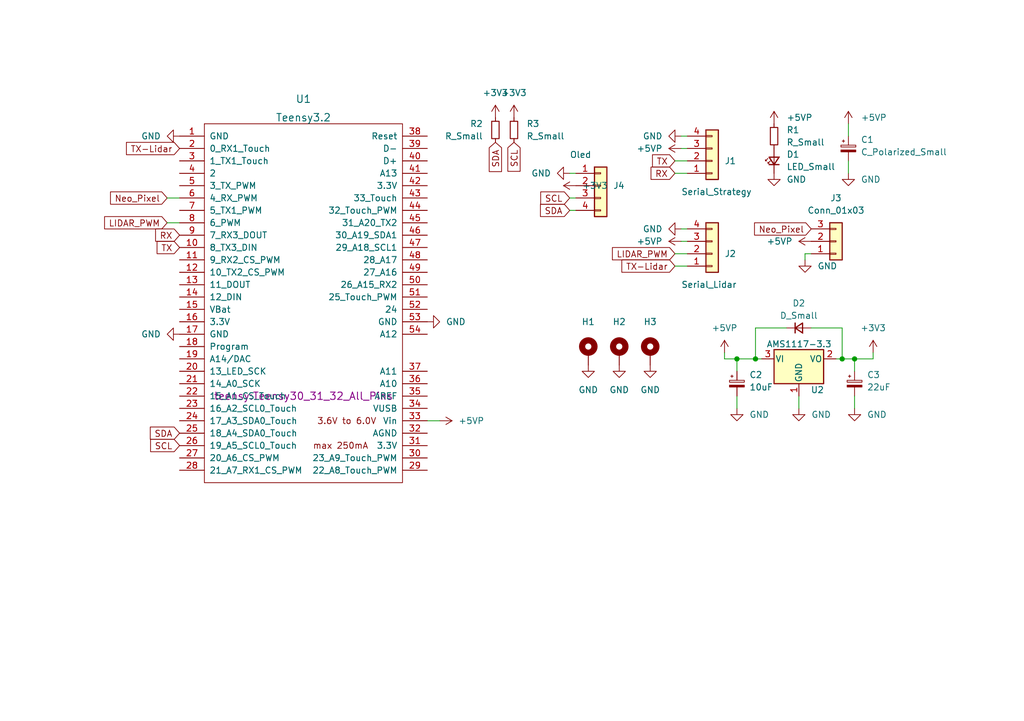
<source format=kicad_sch>
(kicad_sch (version 20231120) (generator "eeschema") (generator_version "8.0")
  (paper "A5")
  (title_block (title "Lidar Board 2023") (date "2022-08-08") (rev "1") (company "Les Karibous"))
  (lib_symbols
    (symbol "Connector_Generic:Conn_01x03" (pin_names (offset 1.016) hide)
      (property "Reference" "J" (at 0 5.08 0))
      (property "Value" "Conn_01x03" (at 0 -5.08 0))
      (symbol "Conn_01x03_1_1"
        (rectangle (start -1.27 -2.413) (end 0 -2.667) (stroke (width 0.1524)))
        (rectangle (start -1.27 0.127) (end 0 -0.127) (stroke (width 0.1524)))
        (rectangle (start -1.27 2.667) (end 0 2.413) (stroke (width 0.1524)))
        (rectangle (start -1.27 3.81) (end 1.27 -3.81) (stroke (width 0.254)) (fill (type background)))
        (pin passive line (at -5.08 2.54 0) (length 3.81) (name "Pin_1") (number "1"))
        (pin passive line (at -5.08 0 0) (length 3.81) (name "Pin_2") (number "2"))
        (pin passive line (at -5.08 -2.54 0) (length 3.81) (name "Pin_3") (number "3"))
      )
    )
    (symbol "Connector_Generic:Conn_01x04" (pin_names (offset 1.016) hide)
      (property "Reference" "J" (at 0 5.08 0))
      (property "Value" "Conn_01x04" (at 0 -7.62 0))
      (symbol "Conn_01x04_1_1"
        (rectangle (start -1.27 -4.953) (end 0 -5.207) (stroke (width 0.1524)))
        (rectangle (start -1.27 -2.413) (end 0 -2.667) (stroke (width 0.1524)))
        (rectangle (start -1.27 0.127) (end 0 -0.127) (stroke (width 0.1524)))
        (rectangle (start -1.27 2.667) (end 0 2.413) (stroke (width 0.1524)))
        (rectangle (start -1.27 3.81) (end 1.27 -6.35) (stroke (width 0.254)) (fill (type background)))
        (pin passive line (at -5.08 2.54 0) (length 3.81) (name "Pin_1") (number "1"))
        (pin passive line (at -5.08 0 0) (length 3.81) (name "Pin_2") (number "2"))
        (pin passive line (at -5.08 -2.54 0) (length 3.81) (name "Pin_3") (number "3"))
        (pin passive line (at -5.08 -5.08 0) (length 3.81) (name "Pin_4") (number "4"))
      )
    )
    (symbol "Device:C_Polarized_Small" (pin_numbers hide) (pin_names (offset 0.254) hide)
      (property "Reference" "C" (at 0.254 1.778 0))
      (property "Value" "C_Polarized_Small" (at 0.254 -2.032 0))
      (symbol "C_Polarized_Small_0_1"
        (rectangle (start -1.524 -0.3048) (end 1.524 -0.6858) (fill (type outline)))
        (rectangle (start -1.524 0.6858) (end 1.524 0.3048))
        (polyline (pts (xy -1.27 1.524) (xy -0.762 1.524)))
        (polyline (pts (xy -1.016 1.27) (xy -1.016 1.778)))
      )
      (symbol "C_Polarized_Small_1_1"
        (pin passive line (at 0 2.54 270) (length 1.8542) (name "~") (number "1"))
        (pin passive line (at 0 -2.54 90) (length 1.8542) (name "~") (number "2"))
      )
    )
    (symbol "Device:D_Small" (pin_numbers hide) (pin_names (offset 0.254) hide)
      (property "Reference" "D" (at -1.27 2.032 0))
      (property "Value" "D_Small" (at -3.81 -2.032 0))
      (symbol "D_Small_0_1"
        (polyline (pts (xy -0.762 -1.016) (xy -0.762 1.016)) (stroke (width 0.254)))
        (polyline (pts (xy -0.762 0) (xy 0.762 0)))
        (polyline (pts (xy 0.762 -1.016) (xy -0.762 0) (xy 0.762 1.016) (xy 0.762 -1.016)) (stroke (width 0.254)))
      )
      (symbol "D_Small_1_1"
        (pin passive line (at -2.54 0 0) (length 1.778) (name "K") (number "1"))
        (pin passive line (at 2.54 0 180) (length 1.778) (name "A") (number "2"))
      )
    )
    (symbol "Device:LED_Small" (pin_numbers hide) (pin_names (offset 0.254) hide)
      (property "Reference" "D" (at -1.27 3.175 0))
      (property "Value" "LED_Small" (at -4.445 -2.54 0))
      (symbol "LED_Small_0_1"
        (polyline (pts (xy -0.762 -1.016) (xy -0.762 1.016)) (stroke (width 0.254)))
        (polyline (pts (xy 1.016 0) (xy -0.762 0)))
        (polyline (pts (xy 0.762 -1.016) (xy -0.762 0) (xy 0.762 1.016) (xy 0.762 -1.016)) (stroke (width 0.254)))
        (polyline (pts (xy 0 0.762) (xy -0.508 1.27) (xy -0.254 1.27) (xy -0.508 1.27) (xy -0.508 1.016)))
        (polyline (pts (xy 0.508 1.27) (xy 0 1.778) (xy 0.254 1.778) (xy 0 1.778) (xy 0 1.524)))
      )
      (symbol "LED_Small_1_1"
        (pin passive line (at -2.54 0 0) (length 1.778) (name "K") (number "1"))
        (pin passive line (at 2.54 0 180) (length 1.778) (name "A") (number "2"))
      )
    )
    (symbol "Device:R_Small" (pin_numbers hide) (pin_names (offset 0.254) hide)
      (property "Reference" "R" (at 0.762 0.508 0))
      (property "Value" "R_Small" (at 0.762 -1.016 0))
      (symbol "R_Small_0_1"
        (rectangle (start -0.762 1.778) (end 0.762 -1.778) (stroke (width 0.2032)))
      )
      (symbol "R_Small_1_1"
        (pin passive line (at 0 2.54 270) (length 0.762) (name "~") (number "1"))
        (pin passive line (at 0 -2.54 90) (length 0.762) (name "~") (number "2"))
      )
    )
    (symbol "Mechanical:MountingHole_Pad" (pin_numbers hide) (pin_names (offset 1.016) hide)
      (property "Reference" "H" (at 0 6.35 0))
      (property "Value" "MountingHole_Pad" (at 0 4.445 0))
      (symbol "MountingHole_Pad_0_1"
        (circle (center 0 1.27) (radius 1.27) (stroke (width 1.27)))
      )
      (symbol "MountingHole_Pad_1_1"
        (pin input line (at 0 -2.54 90) (length 2.54) (name "1") (number "1"))
      )
    )
    (symbol "Regulator_Linear:AMS1117-3.3" (pin_names (offset 0.254))
      (property "Reference" "U" (at -3.81 3.175 0))
      (property "Value" "AMS1117-3.3" (at 0 3.175 0))
      (symbol "AMS1117-3.3_0_1"
        (rectangle (start -5.08 -5.08) (end 5.08 1.905) (stroke (width 0.254)) (fill (type background)))
      )
      (symbol "AMS1117-3.3_1_1"
        (pin power_in line (at 0 -7.62 90) (length 2.54) (name "GND") (number "1"))
        (pin power_out line (at 7.62 0 180) (length 2.54) (name "VO") (number "2"))
        (pin power_in line (at -7.62 0 0) (length 2.54) (name "VI") (number "3"))
      )
    )
    (symbol "power:+3.3V" (power) (pin_names (offset 0))
      (property "Value" "+3.3V" (at 0 3.556 0))
      (symbol "+3.3V_0_1"
        (polyline (pts (xy -0.762 1.27) (xy 0 2.54)))
        (polyline (pts (xy 0 0) (xy 0 2.54)))
        (polyline (pts (xy 0 2.54) (xy 0.762 1.27)))
      )
      (symbol "+3.3V_1_1"
        (pin power_in line (at 0 0 90) (length 0) hide (name "+3V3") (number "1"))
      )
    )
    (symbol "power:+5VP" (power) (pin_names (offset 0))
      (property "Value" "+5VP" (at 0 3.556 0))
      (symbol "+5VP_0_1"
        (polyline (pts (xy -0.762 1.27) (xy 0 2.54)))
        (polyline (pts (xy 0 0) (xy 0 2.54)))
        (polyline (pts (xy 0 2.54) (xy 0.762 1.27)))
      )
      (symbol "+5VP_1_1"
        (pin power_in line (at 0 0 90) (length 0) hide (name "+5VP") (number "1"))
      )
    )
    (symbol "power:GND" (power) (pin_names (offset 0))
      (property "Value" "GND" (at 0 -3.81 0))
      (symbol "GND_0_1"
        (polyline (pts (xy 0 0) (xy 0 -1.27) (xy 1.27 -1.27) (xy 0 -2.54) (xy -1.27 -1.27) (xy 0 -1.27)))
      )
      (symbol "GND_1_1"
        (pin power_in line (at 0 0 270) (length 0) hide (name "GND") (number "1"))
      )
    )
    (symbol "teensy:Teensy3.2" (pin_names (offset 1.016))
      (property "Reference" "U" (at 0 39.37 0))
      (property "Value" "Teensy3.2" (at 0 -39.37 0))
      (symbol "Teensy3.2_0_0"
        (text "3.6V to 6.0V" (at 8.89 -24.13 0) (effects (font (size 1.27 1.27))))
        (text "max 250mA" (at 7.62 -29.21 0) (effects (font (size 1.27 1.27))))
      )
      (symbol "Teensy3.2_0_1"
        (rectangle (start -20.32 -36.83) (end 20.32 36.83))
      )
      (symbol "Teensy3.2_1_1"
        (pin power_in line (at -25.4 34.29 0) (length 5.08) (name "GND") (number "1"))
        (pin bidirectional line (at -25.4 11.43 0) (length 5.08) (name "8_TX3_DIN") (number "10"))
        (pin bidirectional line (at -25.4 8.89 0) (length 5.08) (name "9_RX2_CS_PWM") (number "11"))
        (pin bidirectional line (at -25.4 6.35 0) (length 5.08) (name "10_TX2_CS_PWM") (number "12"))
        (pin bidirectional line (at -25.4 3.81 0) (length 5.08) (name "11_DOUT") (number "13"))
        (pin bidirectional line (at -25.4 1.27 0) (length 5.08) (name "12_DIN") (number "14"))
        (pin power_in line (at -25.4 -1.27 0) (length 5.08) (name "VBat") (number "15"))
        (pin power_out line (at -25.4 -3.81 0) (length 5.08) (name "3.3V") (number "16"))
        (pin power_in line (at -25.4 -6.35 0) (length 5.08) (name "GND") (number "17"))
        (pin input line (at -25.4 -8.89 0) (length 5.08) (name "Program") (number "18"))
        (pin bidirectional line (at -25.4 -11.43 0) (length 5.08) (name "A14/DAC") (number "19"))
        (pin bidirectional line (at -25.4 31.75 0) (length 5.08) (name "0_RX1_Touch") (number "2"))
        (pin bidirectional line (at -25.4 -13.97 0) (length 5.08) (name "13_LED_SCK") (number "20"))
        (pin bidirectional line (at -25.4 -16.51 0) (length 5.08) (name "14_A0_SCK") (number "21"))
        (pin bidirectional line (at -25.4 -19.05 0) (length 5.08) (name "15_A1_CS_Touch") (number "22"))
        (pin bidirectional line (at -25.4 -21.59 0) (length 5.08) (name "16_A2_SCL0_Touch") (number "23"))
        (pin bidirectional line (at -25.4 -24.13 0) (length 5.08) (name "17_A3_SDA0_Touch") (number "24"))
        (pin bidirectional line (at -25.4 -26.67 0) (length 5.08) (name "18_A4_SDA0_Touch") (number "25"))
        (pin bidirectional line (at -25.4 -29.21 0) (length 5.08) (name "19_A5_SCL0_Touch") (number "26"))
        (pin bidirectional line (at -25.4 -31.75 0) (length 5.08) (name "20_A6_CS_PWM") (number "27"))
        (pin bidirectional line (at -25.4 -34.29 0) (length 5.08) (name "21_A7_RX1_CS_PWM") (number "28"))
        (pin bidirectional line (at 25.4 -34.29 180) (length 5.08) (name "22_A8_Touch_PWM") (number "29"))
        (pin bidirectional line (at -25.4 29.21 0) (length 5.08) (name "1_TX1_Touch") (number "3"))
        (pin bidirectional line (at 25.4 -31.75 180) (length 5.08) (name "23_A9_Touch_PWM") (number "30"))
        (pin power_out line (at 25.4 -29.21 180) (length 5.08) (name "3.3V") (number "31"))
        (pin power_out line (at 25.4 -26.67 180) (length 5.08) (name "AGND") (number "32"))
        (pin power_in line (at 25.4 -24.13 180) (length 5.08) (name "Vin") (number "33"))
        (pin power_in line (at 25.4 -21.59 180) (length 5.08) (name "VUSB") (number "34"))
        (pin input line (at 25.4 -19.05 180) (length 5.08) (name "AREF") (number "35"))
        (pin bidirectional line (at 25.4 -16.51 180) (length 5.08) (name "A10") (number "36"))
        (pin bidirectional line (at 25.4 -13.97 180) (length 5.08) (name "A11") (number "37"))
        (pin input line (at 25.4 34.29 180) (length 5.08) (name "Reset") (number "38"))
        (pin bidirectional line (at 25.4 31.75 180) (length 5.08) (name "D-") (number "39"))
        (pin bidirectional line (at -25.4 26.67 0) (length 5.08) (name "2") (number "4"))
        (pin bidirectional line (at 25.4 29.21 180) (length 5.08) (name "D+") (number "40"))
        (pin bidirectional line (at 25.4 26.67 180) (length 5.08) (name "A13") (number "41"))
        (pin power_out line (at 25.4 24.13 180) (length 5.08) (name "3.3V") (number "42"))
        (pin bidirectional line (at 25.4 21.59 180) (length 5.08) (name "33_Touch") (number "43"))
        (pin bidirectional line (at 25.4 19.05 180) (length 5.08) (name "32_Touch_PWM") (number "44"))
        (pin bidirectional line (at 25.4 16.51 180) (length 5.08) (name "31_A20_TX2") (number "45"))
        (pin bidirectional line (at 25.4 13.97 180) (length 5.08) (name "30_A19_SDA1") (number "46"))
        (pin bidirectional line (at 25.4 11.43 180) (length 5.08) (name "29_A18_SCL1") (number "47"))
        (pin bidirectional line (at 25.4 8.89 180) (length 5.08) (name "28_A17") (number "48"))
        (pin bidirectional line (at 25.4 6.35 180) (length 5.08) (name "27_A16") (number "49"))
        (pin bidirectional line (at -25.4 24.13 0) (length 5.08) (name "3_TX_PWM") (number "5"))
        (pin bidirectional line (at 25.4 3.81 180) (length 5.08) (name "26_A15_RX2") (number "50"))
        (pin bidirectional line (at 25.4 1.27 180) (length 5.08) (name "25_Touch_PWM") (number "51"))
        (pin bidirectional line (at 25.4 -1.27 180) (length 5.08) (name "24") (number "52"))
        (pin power_in line (at 25.4 -3.81 180) (length 5.08) (name "GND") (number "53"))
        (pin bidirectional line (at 25.4 -6.35 180) (length 5.08) (name "A12") (number "54"))
        (pin bidirectional line (at -25.4 21.59 0) (length 5.08) (name "4_RX_PWM") (number "6"))
        (pin bidirectional line (at -25.4 19.05 0) (length 5.08) (name "5_TX1_PWM") (number "7"))
        (pin bidirectional line (at -25.4 16.51 0) (length 5.08) (name "6_PWM") (number "8"))
        (pin bidirectional line (at -25.4 13.97 0) (length 5.08) (name "7_RX3_DOUT") (number "9"))
      )
    )
  )
  (junction (at 172.72 73.66))
  (junction (at 175.26 73.66))
  (junction (at 151.13 73.66))
  (junction (at 154.94 73.66))
  (wire (pts (xy 138.43 54.61) (xy 140.97 54.61)))
  (wire (pts (xy 173.99 33.02) (xy 173.99 35.56)))
  (wire (pts (xy 148.59 72.39) (xy 148.59 73.66)))
  (wire (pts (xy 165.1 52.07) (xy 165.1 53.34)))
  (wire (pts (xy 175.26 81.28) (xy 175.26 83.82)))
  (wire (pts (xy 139.7 49.53) (xy 140.97 49.53)))
  (wire (pts (xy 139.7 46.99) (xy 140.97 46.99)))
  (wire (pts (xy 172.72 67.31) (xy 172.72 73.66)))
  (wire (pts (xy 173.99 25.4) (xy 173.99 27.94)))
  (wire (pts (xy 172.72 73.66) (xy 175.26 73.66)))
  (wire (pts (xy 118.11 35.56) (xy 116.84 35.56)))
  (wire (pts (xy 148.59 73.66) (xy 151.13 73.66)))
  (wire (pts (xy 175.26 73.66) (xy 179.07 73.66)))
  (wire (pts (xy 87.63 86.36) (xy 90.17 86.36)))
  (wire (pts (xy 161.29 67.31) (xy 154.94 67.31)))
  (wire (pts (xy 163.83 81.28) (xy 163.83 83.82)))
  (wire (pts (xy 175.26 76.2) (xy 175.26 73.66)))
  (wire (pts (xy 138.43 52.07) (xy 140.97 52.07)))
  (wire (pts (xy 34.29 45.72) (xy 36.83 45.72)))
  (wire (pts (xy 151.13 73.66) (xy 154.94 73.66)))
  (wire (pts (xy 165.1 52.07) (xy 166.37 52.07)))
  (wire (pts (xy 154.94 67.31) (xy 154.94 73.66)))
  (wire (pts (xy 139.7 30.48) (xy 140.97 30.48)))
  (wire (pts (xy 166.37 67.31) (xy 172.72 67.31)))
  (wire (pts (xy 151.13 73.66) (xy 151.13 76.2)))
  (wire (pts (xy 34.29 40.64) (xy 36.83 40.64)))
  (wire (pts (xy 116.84 40.64) (xy 118.11 40.64)))
  (wire (pts (xy 138.43 35.56) (xy 140.97 35.56)))
  (wire (pts (xy 151.13 81.28) (xy 151.13 83.82)))
  (wire (pts (xy 116.84 43.18) (xy 118.11 43.18)))
  (wire (pts (xy 139.7 27.94) (xy 140.97 27.94)))
  (wire (pts (xy 154.94 73.66) (xy 156.21 73.66)))
  (wire (pts (xy 179.07 73.66) (xy 179.07 72.39)))
  (wire (pts (xy 138.43 33.02) (xy 140.97 33.02)))
  (wire (pts (xy 171.45 73.66) (xy 172.72 73.66)))
  (global_label "TX" (shape input) (at 36.83 50.8 180) (property "Intersheetrefs" "${INTERSHEET_REFS}" (effects (hide yes))))
  (global_label "RX" (shape input) (at 138.43 35.56 180) (property "Intersheetrefs" "${INTERSHEET_REFS}" (effects (hide yes))))
  (global_label "SCL" (shape input) (at 105.41 29.21 270) (property "Intersheetrefs" "${INTERSHEET_REFS}" (effects (hide yes))))
  (global_label "SCL" (shape input) (at 116.84 40.64 180) (property "Intersheetrefs" "${INTERSHEET_REFS}" (effects (hide yes))))
  (global_label "LIDAR_PWM" (shape input) (at 138.43 52.07 180) (property "Intersheetrefs" "${INTERSHEET_REFS}" (effects (hide yes))))
  (global_label "TX-Lidar" (shape input) (at 138.43 54.61 180) (property "Intersheetrefs" "${INTERSHEET_REFS}" (effects (hide yes))))
  (global_label "SDA" (shape input) (at 36.83 88.9 180) (property "Intersheetrefs" "${INTERSHEET_REFS}" (effects (hide yes))))
  (global_label "SDA" (shape input) (at 116.84 43.18 180) (property "Intersheetrefs" "${INTERSHEET_REFS}" (effects (hide yes))))
  (global_label "RX" (shape input) (at 36.83 48.26 180) (property "Intersheetrefs" "${INTERSHEET_REFS}" (effects (hide yes))))
  (global_label "LIDAR_PWM" (shape input) (at 34.29 45.72 180) (property "Intersheetrefs" "${INTERSHEET_REFS}" (effects (hide yes))))
  (global_label "Neo_Pixel" (shape input) (at 166.37 46.99 180) (property "Intersheetrefs" "${INTERSHEET_REFS}" (effects (hide yes))))
  (global_label "SCL" (shape input) (at 36.83 91.44 180) (property "Intersheetrefs" "${INTERSHEET_REFS}" (effects (hide yes))))
  (global_label "TX" (shape input) (at 138.43 33.02 180) (property "Intersheetrefs" "${INTERSHEET_REFS}" (effects (hide yes))))
  (global_label "SDA" (shape input) (at 101.6 29.21 270) (property "Intersheetrefs" "${INTERSHEET_REFS}" (effects (hide yes))))
  (global_label "TX-Lidar" (shape input) (at 36.83 30.48 180) (property "Intersheetrefs" "${INTERSHEET_REFS}" (effects (hide yes))))
  (global_label "Neo_Pixel" (shape input) (at 34.29 40.64 180) (property "Intersheetrefs" "${INTERSHEET_REFS}" (effects (hide yes))))
  (symbol (lib_id "Connector_Generic:Conn_01x04") (at 146.05 52.07 0) (mirror x) (unit 1)
    (property "Reference" "J2" (at 148.59 52.0701 0) (effects (justify left)))
    (property "Value" "Serial_Lidar" (at 139.7 58.42 0) (effects (justify left)))
    (property "Footprint" "Connector_Molex:Molex_KK-254_AE-6410-04A_1x04_P2.54mm_Vertical" (effects (hide yes)))
  )
  (symbol (lib_id "power:+5VP") (at 173.99 25.4 0) (unit 1)
    (property "Reference" "#PWR0109" (effects (hide yes)))
    (property "Value" "+5VP" (at 176.53 24.1299 0) (effects (justify left)))
  )
  (symbol (lib_id "Device:R_Small") (at 101.6 26.67 0) (unit 1)
    (property "Reference" "R2" (at 99.06 25.3999 0) (effects (justify right)))
    (property "Value" "R_Small" (at 99.06 27.9399 0) (effects (justify right)))
    (property "Footprint" "Resistor_SMD:R_1206_3216Metric_Pad1.30x1.75mm_HandSolder" (effects (hide yes)))
  )
  (symbol (lib_id "Device:LED_Small") (at 158.75 33.02 90) (unit 1)
    (property "Reference" "D1" (at 161.29 31.6864 90) (effects (justify right)))
    (property "Value" "LED_Small" (at 161.29 34.2264 90) (effects (justify right)))
    (property "Footprint" "LED_SMD:LED_1206_3216Metric_Pad1.42x1.75mm_HandSolder" (effects (hide yes)))
  )
  (symbol (lib_id "Device:R_Small") (at 105.41 26.67 0) (unit 1)
    (property "Reference" "R3" (at 107.95 25.3999 0) (effects (justify left)))
    (property "Value" "R_Small" (at 107.95 27.9399 0) (effects (justify left)))
    (property "Footprint" "Resistor_SMD:R_1206_3216Metric_Pad1.30x1.75mm_HandSolder" (effects (hide yes)))
  )
  (symbol (lib_id "Connector_Generic:Conn_01x04") (at 146.05 33.02 0) (mirror x) (unit 1)
    (property "Reference" "J1" (at 148.59 33.0201 0) (effects (justify left)))
    (property "Value" "Serial_Strategy" (at 139.7 39.37 0) (effects (justify left)))
    (property "Footprint" "Connector_Molex:Molex_KK-254_AE-6410-04A_1x04_P2.54mm_Vertical" (effects (hide yes)))
  )
  (symbol (lib_id "power:GND") (at 87.63 66.04 90) (unit 1)
    (property "Reference" "#PWR0115" (effects (hide yes)))
    (property "Value" "GND" (at 91.44 66.0399 90) (effects (justify right)))
  )
  (symbol (lib_id "Device:D_Small") (at 163.83 67.31 0) (unit 1)
    (property "Reference" "D2" (at 163.83 62.23 0))
    (property "Value" "D_Small" (at 163.83 64.77 0))
    (property "Footprint" "Diode_SMD:D_SMA_Handsoldering" (effects (hide yes)))
  )
  (symbol (lib_id "Mechanical:MountingHole_Pad") (at 133.35 72.39 0) (unit 1)
    (property "Reference" "H3" (at 133.35 66.04 0))
    (property "Value" "MountingHole_Pad" (effects (hide yes)))
    (property "Footprint" "MountingHole:MountingHole_3.2mm_M3_Pad_Via" (effects (hide yes)))
  )
  (symbol (lib_id "Device:C_Polarized_Small") (at 173.99 30.48 0) (unit 1)
    (property "Reference" "C1" (at 176.53 28.6638 0) (effects (justify left)))
    (property "Value" "C_Polarized_Small" (at 176.53 31.2038 0) (effects (justify left)))
    (property "Footprint" "Capacitor_THT:CP_Radial_D6.3mm_P2.50mm" (effects (hide yes)))
  )
  (symbol (lib_id "power:+5VP") (at 166.37 49.53 90) (unit 1)
    (property "Reference" "#PWR0102" (effects (hide yes)))
    (property "Value" "+5VP" (at 162.56 49.5299 90) (effects (justify left)))
  )
  (symbol (lib_id "power:GND") (at 163.83 83.82 0) (unit 1)
    (property "Reference" "#PWR0123" (effects (hide yes)))
    (property "Value" "GND" (at 166.37 85.0899 0) (effects (justify left)))
  )
  (symbol (lib_id "power:GND") (at 36.83 68.58 270) (unit 1)
    (property "Reference" "#PWR0116" (effects (hide yes)))
    (property "Value" "GND" (at 33.02 68.5799 90) (effects (justify right)))
  )
  (symbol (lib_id "Connector_Generic:Conn_01x03") (at 171.45 49.53 0) (mirror x) (unit 1)
    (property "Reference" "J3" (at 171.45 40.64 0))
    (property "Value" "Conn_01x03" (at 171.45 43.18 0))
    (property "Footprint" "Connector_Molex:Molex_KK-254_AE-6410-03A_1x03_P2.54mm_Vertical" (effects (hide yes)))
  )
  (symbol (lib_id "Mechanical:MountingHole_Pad") (at 120.65 72.39 0) (unit 1)
    (property "Reference" "H1" (at 120.65 66.04 0))
    (property "Value" "MountingHole_Pad" (effects (hide yes)))
    (property "Footprint" "MountingHole:MountingHole_3.2mm_M3_Pad_Via" (effects (hide yes)))
  )
  (symbol (lib_id "power:+3.3V") (at 105.41 24.13 0) (unit 1)
    (property "Reference" "#PWR0119" (effects (hide yes)))
    (property "Value" "+3V3" (at 105.41 19.05 0))
  )
  (symbol (lib_id "power:GND") (at 116.84 35.56 270) (unit 1)
    (property "Reference" "#PWR0118" (effects (hide yes)))
    (property "Value" "GND" (at 113.03 35.5599 90) (effects (justify right)))
  )
  (symbol (lib_id "power:GND") (at 133.35 74.93 0) (unit 1)
    (property "Reference" "#PWR0117" (effects (hide yes)))
    (property "Value" "GND" (at 133.35 80.01 0))
  )
  (symbol (lib_id "power:GND") (at 139.7 46.99 270) (unit 1)
    (property "Reference" "#PWR0111" (effects (hide yes)))
    (property "Value" "GND" (at 135.89 46.9899 90) (effects (justify right)))
  )
  (symbol (lib_id "power:+5VP") (at 148.59 72.39 0) (unit 1)
    (property "Reference" "#PWR0125" (effects (hide yes)))
    (property "Value" "+5VP" (at 148.59 67.31 0))
  )
  (symbol (lib_id "power:GND") (at 120.65 74.93 0) (unit 1)
    (property "Reference" "#PWR0105" (effects (hide yes)))
    (property "Value" "GND" (at 120.65 80.01 0))
  )
  (symbol (lib_id "teensy:Teensy3.2") (at 62.23 62.23 0) (unit 1)
    (property "Reference" "U1" (at 62.23 20.32 0) (effects (font (size 1.524 1.524))))
    (property "Value" "Teensy3.2" (at 62.23 24.13 0) (effects (font (size 1.524 1.524))))
    (property "Footprint" "teensy:Teensy30_31_32_All_Pins" (at 62.23 81.28 0) (effects (font (size 1.524 1.524))))
  )
  (symbol (lib_id "power:GND") (at 36.83 27.94 270) (unit 1)
    (property "Reference" "#PWR0113" (effects (hide yes)))
    (property "Value" "GND" (at 33.02 27.9399 90) (effects (justify right)))
  )
  (symbol (lib_id "power:GND") (at 151.13 83.82 0) (unit 1)
    (property "Reference" "#PWR0122" (effects (hide yes)))
    (property "Value" "GND" (at 153.67 85.0899 0) (effects (justify left)))
  )
  (symbol (lib_id "power:+3.3V") (at 179.07 72.39 0) (unit 1)
    (property "Reference" "#PWR0126" (effects (hide yes)))
    (property "Value" "+3V3" (at 179.07 67.31 0))
  )
  (symbol (lib_id "power:+3.3V") (at 118.11 38.1 90) (unit 1)
    (property "Reference" "#PWR0121" (effects (hide yes)))
    (property "Value" "+3V3" (at 119.38 38.0999 90) (effects (justify right)))
  )
  (symbol (lib_id "Device:C_Polarized_Small") (at 151.13 78.74 0) (unit 1)
    (property "Reference" "C2" (at 153.67 76.9238 0) (effects (justify left)))
    (property "Value" "10uF" (at 153.67 79.4638 0) (effects (justify left)))
    (property "Footprint" "Capacitor_SMD:CP_Elec_5x5.4" (effects (hide yes)))
  )
  (symbol (lib_id "power:GND") (at 173.99 35.56 0) (unit 1)
    (property "Reference" "#PWR0110" (effects (hide yes)))
    (property "Value" "GND" (at 176.53 36.8299 0) (effects (justify left)))
  )
  (symbol (lib_id "Device:R_Small") (at 158.75 27.94 0) (unit 1)
    (property "Reference" "R1" (at 161.29 26.6699 0) (effects (justify left)))
    (property "Value" "R_Small" (at 161.29 29.2099 0) (effects (justify left)))
    (property "Footprint" "Resistor_SMD:R_1206_3216Metric_Pad1.30x1.75mm_HandSolder" (effects (hide yes)))
  )
  (symbol (lib_id "power:GND") (at 158.75 35.56 0) (unit 1)
    (property "Reference" "#PWR0101" (effects (hide yes)))
    (property "Value" "GND" (at 161.29 36.8299 0) (effects (justify left)))
  )
  (symbol (lib_id "Regulator_Linear:AMS1117-3.3") (at 163.83 73.66 0) (unit 1)
    (property "Reference" "U2" (at 167.64 80.01 0))
    (property "Value" "AMS1117-3.3" (at 163.8949 70.6215 0))
    (property "Footprint" "Package_TO_SOT_SMD:SOT-223-3_TabPin2" (effects (hide yes)))
    (property "Datasheet" "http://www.advanced-monolithic.com/pdf/ds1117.pdf" (effects (hide yes)))
  )
  (symbol (lib_id "power:GND") (at 139.7 27.94 270) (unit 1)
    (property "Reference" "#PWR0103" (effects (hide yes)))
    (property "Value" "GND" (at 135.89 27.9399 90) (effects (justify right)))
  )
  (symbol (lib_id "Device:C_Polarized_Small") (at 175.26 78.74 0) (unit 1)
    (property "Reference" "C3" (at 177.8 76.9238 0) (effects (justify left)))
    (property "Value" "22uF" (at 177.8 79.4638 0) (effects (justify left)))
    (property "Footprint" "Capacitor_Tantalum_SMD:CP_EIA-3528-12_Kemet-T_Pad1.50x2.35mm_HandSolder" (effects (hide yes)))
  )
  (symbol (lib_id "power:GND") (at 175.26 83.82 0) (unit 1)
    (property "Reference" "#PWR0124" (effects (hide yes)))
    (property "Value" "GND" (at 177.8 85.0899 0) (effects (justify left)))
  )
  (symbol (lib_id "power:+5VP") (at 158.75 25.4 0) (unit 1)
    (property "Reference" "#PWR0108" (effects (hide yes)))
    (property "Value" "+5VP" (at 161.29 24.1299 0) (effects (justify left)))
  )
  (symbol (lib_id "power:GND") (at 127 74.93 0) (unit 1)
    (property "Reference" "#PWR0106" (effects (hide yes)))
    (property "Value" "GND" (at 127 80.01 0))
  )
  (symbol (lib_id "power:+3.3V") (at 101.6 24.13 0) (unit 1)
    (property "Reference" "#PWR0120" (effects (hide yes)))
    (property "Value" "+3V3" (at 101.6 19.05 0))
  )
  (symbol (lib_id "power:+5VP") (at 139.7 49.53 90) (unit 1)
    (property "Reference" "#PWR0112" (effects (hide yes)))
    (property "Value" "+5VP" (at 135.89 49.5299 90) (effects (justify left)))
  )
  (symbol (lib_id "power:GND") (at 165.1 53.34 0) (unit 1)
    (property "Reference" "#PWR0107" (effects (hide yes)))
    (property "Value" "GND" (at 167.64 54.6099 0) (effects (justify left)))
  )
  (symbol (lib_id "Mechanical:MountingHole_Pad") (at 127 72.39 0) (unit 1)
    (property "Reference" "H2" (at 127 66.04 0))
    (property "Value" "MountingHole_Pad" (effects (hide yes)))
    (property "Footprint" "MountingHole:MountingHole_3.2mm_M3_Pad_Via" (effects (hide yes)))
  )
  (symbol (lib_id "Connector_Generic:Conn_01x04") (at 123.19 38.1 0) (unit 1)
    (property "Reference" "J4" (at 125.73 38.0999 0) (effects (justify left)))
    (property "Value" "Oled" (at 116.84 31.75 0) (effects (justify left)))
    (property "Footprint" "Connector_Molex:Molex_KK-254_AE-6410-04A_1x04_P2.54mm_Vertical" (effects (hide yes)))
  )
  (symbol (lib_id "power:+5VP") (at 139.7 30.48 90) (unit 1)
    (property "Reference" "#PWR0104" (effects (hide yes)))
    (property "Value" "+5VP" (at 135.89 30.4799 90) (effects (justify left)))
  )
  (symbol (lib_id "power:+5VP") (at 90.17 86.36 270) (unit 1)
    (property "Reference" "#PWR0114" (effects (hide yes)))
    (property "Value" "+5VP" (at 93.98 86.3599 90) (effects (justify left)))
  )
)
</source>
